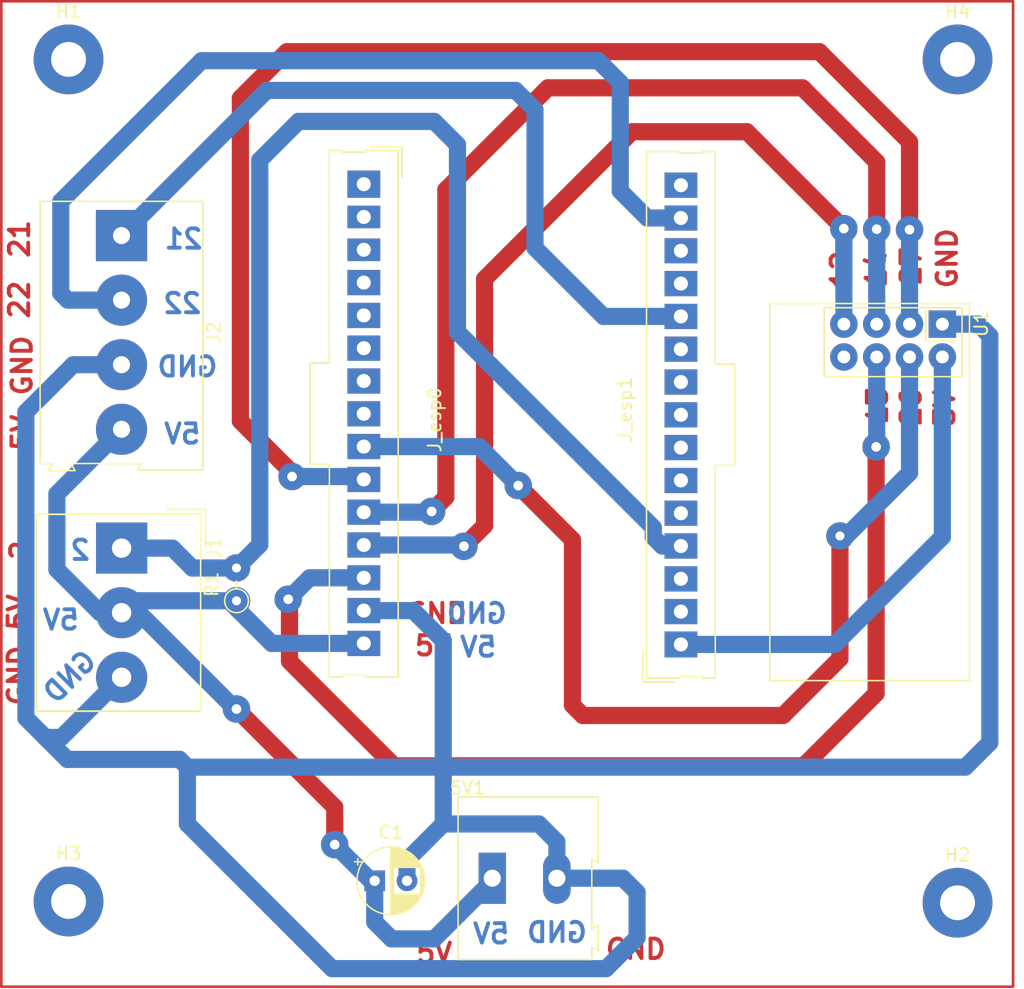
<source format=kicad_pcb>
(kicad_pcb (version 20211014) (generator pcbnew)
  (layers (0 "F.Cu" signal) (31 "B.Cu" signal) (34 "B.Paste" user) (35 "F.Paste" user) (36 "B.SilkS" user "B.Silkscreen") (37 "F.SilkS" user "F.Silkscreen") (38 "B.Mask" user) (39 "F.Mask" user) (44 "Edge.Cuts" user))
  (net 0 "")
  (net 1 "5v")
  (net 2 "GND5V")
  (net 3 "D25")
  (net 4 "D34")
  (net 5 "D33")
  (net 6 "D27")
  (net 7 "D26")
  (net 8 "D14")
  (net 9 "D13")
  (net 10 "D4")
  (net 11 "D5")
  (net 12 "D18")
  (net 13 "D23")
  (net 14 "D19")
  (net 16 "EN")
  (net 17 "VP")
  (net 18 "VN")
  (net 19 "D35")
  (net 20 "D32")
  (net 21 "D12")
  (net 22 "3V3")
  (net 23 "GND2")
  (net 24 "D15")
  (net 25 "D2")
  (net 26 "RX2")
  (net 27 "TX2")
  (net 28 "D21")
  (net 29 "RX0")
  (net 30 "TX0")
  (net 31 "D22")
  (footprint "MountingHole:MountingHole_2.7mm_M2.5_Pad" (layer "F.Cu") (at 248.9 123.7)
    (fp_text reference "H2" (at 0 -3.7) (layer "F.SilkS"))
    (fp_text value "MountingHole")
    (pad "1" thru_hole circle (at 0 0) (size 5.4 5.4) (drill 2.7) (layers *.Cu *.Mask))
  )
  (footprint "TerminalBlock:TerminalBlock_Altech_AK300-2_P5.00mm" (layer "F.Cu") (at 212.894888 121.8)
    (fp_text reference "5V1" (at -1.92 -6.99) (layer "F.SilkS"))
    (fp_text value "Screw_Terminal_01x02")
    (fp_line (start 8.2 -1.2) (end 8.2 -6.3) (layer "F.SilkS") (width 0.12))
    (fp_line (start 8.2 3.7) (end 8.2 3.65) (layer "F.SilkS") (width 0.12))
    (fp_line (start -2.65 -6.3) (end -2.65 6.3) (layer "F.SilkS") (width 0.12))
    (fp_line (start 7.7 6.3) (end 7.7 5.35) (layer "F.SilkS") (width 0.12))
    (fp_line (start 8.2 5.6) (end 8.2 3.7) (layer "F.SilkS") (width 0.12))
    (fp_line (start 8.2 3.65) (end 7.7 3.9) (layer "F.SilkS") (width 0.12))
    (fp_line (start 8.2 -6.3) (end -2.65 -6.3) (layer "F.SilkS") (width 0.12))
    (fp_line (start -2.65 6.3) (end 7.7 6.3) (layer "F.SilkS") (width 0.12))
    (fp_line (start 7.7 -1.5) (end 8.2 -1.2) (layer "F.SilkS") (width 0.12))
    (fp_line (start 7.7 3.9) (end 7.7 -1.5) (layer "F.SilkS") (width 0.12))
    (fp_line (start 7.7 5.35) (end 8.2 5.6) (layer "F.SilkS") (width 0.12))
    (pad "1" thru_hole rect (at 0 0) (size 2.125 3.96) (drill 1.32) (layers *.Cu *.Mask) (net 1 "5v"))
    (pad "2" thru_hole oval (at 5 0) (size 2.125 3.96) (drill 1.32) (layers *.Cu *.Mask) (net 2 "GND5V"))
  )
  (footprint "Resistor_THT:R_Axial_DIN0204_L3.6mm_D1.6mm_P2.54mm_Vertical" (layer "F.Cu") (at 193.1 100.32 90)
    (fp_text reference "R1" (at 1.27 -1.92 90) (layer "F.SilkS"))
    (fp_text value "4.7k")
    (fp_line (start 0.92 0) (end 1.54 0) (layer "F.SilkS") (width 0.12))
    (fp_circle (center 0 0) (end 0.92 0) (layer "F.SilkS") (width 0.12) (fill none))
    (pad "1" thru_hole circle (at 0 0 90) (size 2.125 2.125) (drill 0.7) (layers *.Cu *.Mask) (net 1 "5v"))
    (pad "2" thru_hole oval (at 2.54 0 90) (size 2.125 2.125) (drill 0.7) (layers *.Cu *.Mask) (net 25 "D2"))
  )
  (footprint "Capacitor_THT:CP_Radial_D5.0mm_P2.50mm" (layer "F.Cu") (at 203.794888 122)
    (fp_text reference "C1" (at 1.25 -3.75) (layer "F.SilkS"))
    (fp_text value "C_Polarized")
    (fp_line (start 2.331 1.04) (end 2.331 2.348) (layer "F.SilkS") (width 0.12))
    (fp_line (start 2.011 1.04) (end 2.011 2.468) (layer "F.SilkS") (width 0.12))
    (fp_line (start 2.251 1.04) (end 2.251 2.382) (layer "F.SilkS") (width 0.12))
    (fp_line (start 3.251 -1.653) (end 3.251 -1.04) (layer "F.SilkS") (width 0.12))
    (fp_line (start 2.451 1.04) (end 2.451 2.29) (layer "F.SilkS") (width 0.12))
    (fp_line (start 2.771 -2.095) (end 2.771 -1.04) (layer "F.SilkS") (width 0.12))
    (fp_line (start 2.451 -2.29) (end 2.451 -1.04) (layer "F.SilkS") (width 0.12))
    (fp_line (start 1.49 -2.569) (end 1.49 -1.04) (layer "F.SilkS") (width 0.12))
    (fp_line (start 1.85 1.04) (end 1.85 2.511) (layer "F.SilkS") (width 0.12))
    (fp_line (start 1.77 1.04) (end 1.77 2.528) (layer "F.SilkS") (width 0.12))
    (fp_line (start 2.571 1.04) (end 2.571 2.224) (layer "F.SilkS") (width 0.12))
    (fp_line (start 3.011 1.04) (end 3.011 1.901) (layer "F.SilkS") (width 0.12))
    (fp_line (start 2.691 1.04) (end 2.691 2.149) (layer "F.SilkS") (width 0.12))
    (fp_line (start 2.091 1.04) (end 2.091 2.442) (layer "F.SilkS") (width 0.12))
    (fp_line (start 2.931 -1.971) (end 2.931 -1.04) (layer "F.SilkS") (width 0.12))
    (fp_line (start 2.691 -2.149) (end 2.691 -1.04) (layer "F.SilkS") (width 0.12))
    (fp_line (start 1.49 1.04) (end 1.49 2.569) (layer "F.SilkS") (width 0.12))
    (fp_line (start 2.651 -2.175) (end 2.651 -1.04) (layer "F.SilkS") (width 0.12))
    (fp_line (start 3.331 -1.554) (end 3.331 -1.04) (layer "F.SilkS") (width 0.12))
    (fp_line (start 1.93 -2.491) (end 1.93 -1.04) (layer "F.SilkS") (width 0.12))
    (fp_line (start 2.491 1.04) (end 2.491 2.268) (layer "F.SilkS") (width 0.12))
    (fp_line (start 3.451 -1.383) (end 3.451 -1.04) (layer "F.SilkS") (width 0.12))
    (fp_line (start 2.611 1.04) (end 2.611 2.2) (layer "F.SilkS") (width 0.12))
    (fp_line (start -1.304775 -1.725) (end -1.304775 -1.225) (layer "F.SilkS") (width 0.12))
    (fp_line (start 1.69 -2.543) (end 1.69 -1.04) (layer "F.SilkS") (width 0.12))
    (fp_line (start 2.051 -2.455) (end 2.051 -1.04) (layer "F.SilkS") (width 0.12))
    (fp_line (start 3.691 -0.915) (end 3.691 0.915) (layer "F.SilkS") (width 0.12))
    (fp_line (start 1.85 -2.511) (end 1.85 -1.04) (layer "F.SilkS") (width 0.12))
    (fp_line (start 1.65 -2.55) (end 1.65 -1.04) (layer "F.SilkS") (width 0.12))
    (fp_line (start 1.93 1.04) (end 1.93 2.491) (layer "F.SilkS") (width 0.12))
    (fp_line (start 3.251 1.04) (end 3.251 1.653) (layer "F.SilkS") (width 0.12))
    (fp_line (start 2.611 -2.2) (end 2.611 -1.04) (layer "F.SilkS") (width 0.12))
    (fp_line (start 3.531 1.04) (end 3.531 1.251) (layer "F.SilkS") (width 0.12))
    (fp_line (start 2.851 -2.035) (end 2.851 -1.04) (layer "F.SilkS") (width 0.12))
    (fp_line (start 1.81 -2.52) (end 1.81 -1.04) (layer "F.SilkS") (width 0.12))
    (fp_line (start 1.29 -2.58) (end 1.29 2.58) (layer "F.SilkS") (width 0.12))
    (fp_line (start 1.73 1.04) (end 1.73 2.536) (layer "F.SilkS") (width 0.12))
    (fp_line (start 3.371 -1.5) (end 3.371 -1.04) (layer "F.SilkS") (width 0.12))
    (fp_line (start 2.731 1.04) (end 2.731 2.122) (layer "F.SilkS") (width 0.12))
    (fp_line (start 1.25 -2.58) (end 1.25 2.58) (layer "F.SilkS") (width 0.12))
    (fp_line (start 3.211 1.04) (end 3.211 1.699) (layer "F.SilkS") (width 0.12))
    (fp_line (start 3.291 1.04) (end 3.291 1.605) (layer "F.SilkS") (width 0.12))
    (fp_line (start 2.011 -2.468) (end 2.011 -1.04) (layer "F.SilkS") (width 0.12))
    (fp_line (start 2.251 -2.382) (end 2.251 -1.04) (layer "F.SilkS") (width 0.12))
    (fp_line (start 2.411 1.04) (end 2.411 2.31) (layer "F.SilkS") (width 0.12))
    (fp_line (start 2.891 -2.004) (end 2.891 -1.04) (layer "F.SilkS") (width 0.12))
    (fp_line (start 2.891 1.04) (end 2.891 2.004) (layer "F.SilkS") (width 0.12))
    (fp_line (start 2.931 1.04) (end 2.931 1.971) (layer "F.SilkS") (width 0.12))
    (fp_line (start 3.131 -1.785) (end 3.131 -1.04) (layer "F.SilkS") (width 0.12))
    (fp_line (start 3.731 -0.805) (end 3.731 0.805) (layer "F.SilkS") (width 0.12))
    (fp_line (start 1.971 1.04) (end 1.971 2.48) (layer "F.SilkS") (width 0.12))
    (fp_line (start -1.554775 -1.475) (end -1.054775 -1.475) (layer "F.SilkS") (width 0.12))
    (fp_line (start 2.771 1.04) (end 2.771 2.095) (layer "F.SilkS") (width 0.12))
    (fp_line (start 2.971 -1.937) (end 2.971 -1.04) (layer "F.SilkS") (width 0.12))
    (fp_line (start 2.531 1.04) (end 2.531 2.247) (layer "F.SilkS") (width 0.12))
    (fp_line (start 2.491 -2.268) (end 2.491 -1.04) (layer "F.SilkS") (width 0.12))
    (fp_line (start 1.61 -2.556) (end 1.61 -1.04) (layer "F.SilkS") (width 0.12))
    (fp_line (start 2.371 1.04) (end 2.371 2.329) (layer "F.SilkS") (width 0.12))
    (fp_line (start 2.811 1.04) (end 2.811 2.065) (layer "F.SilkS") (width 0.12))
    (fp_line (start 2.811 -2.065) (end 2.811 -1.04) (layer "F.SilkS") (width 0.12))
    (fp_line (start 1.53 -2.565) (end 1.53 -1.04) (layer "F.SilkS") (width 0.12))
    (fp_line (start 3.371 1.04) (end 3.371 1.5) (layer "F.SilkS") (width 0.12))
    (fp_line (start 2.091 -2.442) (end 2.091 -1.04) (layer "F.SilkS") (width 0.12))
    (fp_line (start 2.731 -2.122) (end 2.731 -1.04) (layer "F.SilkS") (width 0.12))
    (fp_line (start 3.851 -0.284) (end 3.851 0.284) (layer "F.SilkS") (width 0.12))
    (fp_line (start 2.851 1.04) (end 2.851 2.035) (layer "F.SilkS") (width 0.12))
    (fp_line (start 3.611 -1.098) (end 3.611 1.098) (layer "F.SilkS") (width 0.12))
    (fp_line (start 2.571 -2.224) (end 2.571 -1.04) (layer "F.SilkS") (width 0.12))
    (fp_line (start 1.41 -2.576) (end 1.41 2.576) (layer "F.SilkS") (width 0.12))
    (fp_line (start 3.291 -1.605) (end 3.291 -1.04) (layer "F.SilkS") (width 0.12))
    (fp_line (start 1.61 1.04) (end 1.61 2.556) (layer "F.SilkS") (width 0.12))
    (fp_line (start 1.89 1.04) (end 1.89 2.501) (layer "F.SilkS") (width 0.12))
    (fp_line (start 2.371 -2.329) (end 2.371 -1.04) (layer "F.SilkS") (width 0.12))
    (fp_line (start 3.171 -1.743) (end 3.171 -1.04) (layer "F.SilkS") (width 0.12))
    (fp_line (start 3.411 -1.443) (end 3.411 -1.04) (layer "F.SilkS") (width 0.12))
    (fp_line (start 3.091 -1.826) (end 3.091 -1.04) (layer "F.SilkS") (width 0.12))
    (fp_line (start 3.491 -1.319) (end 3.491 -1.04) (layer "F.SilkS") (width 0.12))
    (fp_line (start 1.73 -2.536) (end 1.73 -1.04) (layer "F.SilkS") (width 0.12))
    (fp_line (start 2.211 -2.398) (end 2.211 -1.04) (layer "F.SilkS") (width 0.12))
    (fp_line (start 3.411 1.04) (end 3.411 1.443) (layer "F.SilkS") (width 0.12))
    (fp_line (start 3.771 -0.677) (end 3.771 0.677) (layer "F.SilkS") (width 0.12))
    (fp_line (start 1.45 -2.573) (end 1.45 2.573) (layer "F.SilkS") (width 0.12))
    (fp_line (start 3.491 1.04) (end 3.491 1.319) (layer "F.SilkS") (width 0.12))
    (fp_line (start 3.531 -1.251) (end 3.531 -1.04) (layer "F.SilkS") (width 0.12))
    (fp_line (start 3.091 1.04) (end 3.091 1.826) (layer "F.SilkS") (width 0.12))
    (fp_line (start 2.531 -2.247) (end 2.531 -1.04) (layer "F.SilkS") (width 0.12))
    (fp_line (start 3.131 1.04) (end 3.131 1.785) (layer "F.SilkS") (width 0.12))
    (fp_line (start 3.011 -1.901) (end 3.011 -1.04) (layer "F.SilkS") (width 0.12))
    (fp_line (start 1.89 -2.501) (end 1.89 -1.04) (layer "F.SilkS") (width 0.12))
    (fp_line (start 1.57 -2.561) (end 1.57 -1.04) (layer "F.SilkS") (width 0.12))
    (fp_line (start 3.451 1.04) (end 3.451 1.383) (layer "F.SilkS") (width 0.12))
    (fp_line (start 2.651 1.04) (end 2.651 2.175) (layer "F.SilkS") (width 0.12))
    (fp_line (start 1.69 1.04) (end 1.69 2.543) (layer "F.SilkS") (width 0.12))
    (fp_line (start 3.051 1.04) (end 3.051 1.864) (layer "F.SilkS") (width 0.12))
    (fp_line (start 1.53 1.04) (end 1.53 2.565) (layer "F.SilkS") (width 0.12))
    (fp_line (start 1.971 -2.48) (end 1.971 -1.04) (layer "F.SilkS") (width 0.12))
    (fp_line (start 3.651 -1.011) (end 3.651 1.011) (layer "F.SilkS") (width 0.12))
    (fp_line (start 2.971 1.04) (end 2.971 1.937) (layer "F.SilkS") (width 0.12))
    (fp_line (start 2.171 1.04) (end 2.171 2.414) (layer "F.SilkS") (width 0.12))
    (fp_line (start 3.331 1.04) (end 3.331 1.554) (layer "F.SilkS") (width 0.12))
    (fp_line (start 2.051 1.04) (end 2.051 2.455) (layer "F.SilkS") (width 0.12))
    (fp_line (start 1.81 1.04) (end 1.81 2.52) (layer "F.SilkS") (width 0.12))
    (fp_line (start 1.65 1.04) (end 1.65 2.55) (layer "F.SilkS") (width 0.12))
    (fp_line (start 2.291 1.04) (end 2.291 2.365) (layer "F.SilkS") (width 0.12))
    (fp_line (start 3.171 1.04) (end 3.171 1.743) (layer "F.SilkS") (width 0.12))
    (fp_line (start 2.131 1.04) (end 2.131 2.428) (layer "F.SilkS") (width 0.12))
    (fp_line (start 3.051 -1.864) (end 3.051 -1.04) (layer "F.SilkS") (width 0.12))
    (fp_line (start 2.331 -2.348) (end 2.331 -1.04) (layer "F.SilkS") (width 0.12))
    (fp_line (start 3.211 -1.699) (end 3.211 -1.04) (layer "F.SilkS") (width 0.12))
    (fp_line (start 2.131 -2.428) (end 2.131 -1.04) (layer "F.SilkS") (width 0.12))
    (fp_line (start 1.77 -2.528) (end 1.77 -1.04) (layer "F.SilkS") (width 0.12))
    (fp_line (start 2.291 -2.365) (end 2.291 -1.04) (layer "F.SilkS") (width 0.12))
    (fp_line (start 2.171 -2.414) (end 2.171 -1.04) (layer "F.SilkS") (width 0.12))
    (fp_line (start 3.571 -1.178) (end 3.571 1.178) (layer "F.SilkS") (width 0.12))
    (fp_line (start 1.57 1.04) (end 1.57 2.561) (layer "F.SilkS") (width 0.12))
    (fp_line (start 2.211 1.04) (end 2.211 2.398) (layer "F.SilkS") (width 0.12))
    (fp_line (start 1.37 -2.578) (end 1.37 2.578) (layer "F.SilkS") (width 0.12))
    (fp_line (start 1.33 -2.579) (end 1.33 2.579) (layer "F.SilkS") (width 0.12))
    (fp_line (start 2.411 -2.31) (end 2.411 -1.04) (layer "F.SilkS") (width 0.12))
    (fp_line (start 3.811 -0.518) (end 3.811 0.518) (layer "F.SilkS") (width 0.12))
    (fp_circle (center 1.25 0) (end 3.87 0) (layer "F.SilkS") (width 0.12) (fill none))
    (pad "1" thru_hole rect (at 0 0) (size 1.6 1.6) (drill 0.8) (layers *.Cu *.Mask) (net 1 "5v"))
    (pad "2" thru_hole circle (at 2.5 0) (size 1.6 1.6) (drill 0.8) (layers *.Cu *.Mask) (net 2 "GND5V"))
  )
  (footprint "TerminalBlock_Altech:Altech_AK300_1x03_P5.00mm_45-Degree" (layer "F.Cu") (at 184.2075 96.2425 -90)
    (fp_text reference "J1" (at 0 -7.2 90) (layer "F.SilkS"))
    (fp_text value "Screw_Terminal_01x03")
    (fp_line (start 12.62 -6.12) (end 12.62 6.62) (layer "F.SilkS") (width 0.12))
    (fp_line (start -2.62 -6.12) (end -2.62 6.62) (layer "F.SilkS") (width 0.12))
    (fp_line (start -2.62 -6.12) (end -2.62 6.62) (layer "F.SilkS") (width 0.12))
    (fp_line (start 12.62 -6.12) (end 12.62 6.62) (layer "F.SilkS") (width 0.12))
    (fp_line (start -3 -3.5) (end -3 -6.5) (layer "F.SilkS") (width 0.12))
    (fp_line (start -2.62 6.62) (end 12.62 6.62) (layer "F.SilkS") (width 0.12))
    (fp_line (start -2.62 -6.12) (end 12.62 -6.12) (layer "F.SilkS") (width 0.12))
    (fp_line (start -2.62 6.62) (end 12.62 6.62) (layer "F.SilkS") (width 0.12))
    (fp_line (start -2.62 -6.12) (end 12.62 -6.12) (layer "F.SilkS") (width 0.12))
    (fp_line (start -3 -6.5) (end 0 -6.5) (layer "F.SilkS") (width 0.12))
    (pad "1" thru_hole rect (at 0 0 270) (size 3.96 3.96) (drill 1.5) (layers *.Cu *.Mask) (net 25 "D2"))
    (pad "2" thru_hole circle (at 5 0 270) (size 3.96 3.96) (drill 1.5) (layers *.Cu *.Mask) (net 1 "5v"))
    (pad "3" thru_hole circle (at 10 0 270) (size 3.96 3.96) (drill 1.5) (layers *.Cu *.Mask) (net 2 "GND5V"))
  )
  (footprint "TerminalBlock:TerminalBlock_Altech_AK300-4_P5.00mm" (layer "F.Cu") (at 184.2 72.04 -90)
    (fp_text reference "J2" (at 7.5 -7.15 90) (layer "F.SilkS"))
    (fp_text value "Screw_Terminal_01x04")
    (fp_line (start 18.2 5.65) (end 17.65 5.35) (layer "F.SilkS") (width 0.12))
    (fp_line (start 17.65 6.3) (end -2.65 6.3) (layer "F.SilkS") (width 0.12))
    (fp_line (start 17.65 5.35) (end 17.65 6.3) (layer "F.SilkS") (width 0.12))
    (fp_line (start 18.15 -6.3) (end 18.15 -1.25) (layer "F.SilkS") (width 0.12))
    (fp_line (start 18.15 -1.25) (end 17.65 -1.5) (layer "F.SilkS") (width 0.12))
    (fp_line (start -2.65 6.3) (end -2.65 -6.3) (layer "F.SilkS") (width 0.12))
    (fp_line (start 17.65 3.9) (end 18.2 3.6) (layer "F.SilkS") (width 0.12))
    (fp_line (start -2.65 -6.3) (end 18.15 -6.3) (layer "F.SilkS") (width 0.12))
    (fp_line (start 17.65 -1.5) (end 17.65 3.9) (layer "F.SilkS") (width 0.12))
    (fp_line (start 18.2 3.6) (end 18.2 5.65) (layer "F.SilkS") (width 0.12))
    (pad "1" thru_hole rect (at 0 0 270) (size 3.96 3.96) (drill 1.32) (layers *.Cu *.Mask) (net 28 "D21"))
    (pad "2" thru_hole oval (at 5 0 270) (size 3.96 3.96) (drill 1.32) (layers *.Cu *.Mask) (net 31 "D22"))
    (pad "3" thru_hole oval (at 10 0 270) (size 3.96 3.96) (drill 1.32) (layers *.Cu *.Mask) (net 2 "GND5V"))
    (pad "4" thru_hole oval (at 15 0 270) (size 3.96 3.96) (drill 1.32) (layers *.Cu *.Mask) (net 1 "5v"))
  )
  (footprint "MountingHole:MountingHole_2.7mm_M2.5_Pad" (layer "F.Cu") (at 248.9 58.4)
    (fp_text reference "H4" (at 0 -3.7) (layer "F.SilkS"))
    (fp_text value "MountingHole")
    (pad "1" thru_hole circle (at 0 0) (size 5.4 5.4) (drill 2.7) (layers *.Cu *.Mask))
  )
  (footprint "RF_Module:nRF24L01_Breakout" (layer "F.Cu") (at 247.725 78.9 -90)
    (fp_text reference "U1" (at 0 -3 90) (layer "F.SilkS"))
    (fp_text value "NRF24L01_Breakout")
    (fp_line (start 4.064 9.144) (end -1.27 9.144) (layer "F.SilkS") (width 0.12))
    (fp_line (start -1.016 1.27) (end -1.016 1.27) (layer "F.SilkS") (width 0.12))
    (fp_line (start -1.6 13.35) (end -1.6 -2.1) (layer "F.SilkS") (width 0.12))
    (fp_line (start -1.6 -2.1) (end 27.6 -2.1) (layer "F.SilkS") (width 0.12))
    (fp_line (start 27.6 -2.1) (end 27.6 13.35) (layer "F.SilkS") (width 0.12))
    (fp_line (start -1.27 -1.524) (end 4.064 -1.524) (layer "F.SilkS") (width 0.12))
    (fp_line (start -1.27 9.144) (end -1.27 9.144) (layer "F.SilkS") (width 0.12))
    (fp_line (start -1.27 9.144) (end -1.27 -1.524) (layer "F.SilkS") (width 0.12))
    (fp_line (start -1.27 -1.524) (end -1.27 -1.524) (layer "F.SilkS") (width 0.12))
    (fp_line (start 4.064 -1.524) (end 4.064 9.144) (layer "F.SilkS") (width 0.12))
    (fp_line (start 27.6 13.35) (end -1.6 13.35) (layer "F.SilkS") (width 0.12))
    (fp_line (start -1.6 -2.1) (end -1.6 -2.1) (layer "F.SilkS") (width 0.12))
    (fp_line (start 1.27 1.27) (end -1.016 1.27) (layer "F.SilkS") (width 0.12))
    (fp_line (start 1.27 -1.016) (end 1.27 1.27) (layer "F.SilkS") (width 0.12))
    (pad "1" thru_hole rect (at 0 0 270) (size 2.125 2.125) (drill 1) (layers *.Cu *.Mask) (net 2 "GND5V"))
    (pad "2" thru_hole circle (at 2.54 0 270) (size 2.125 2.125) (drill 1) (layers *.Cu *.Mask) (net 22 "3V3"))
    (pad "3" thru_hole circle (at 0 2.54 270) (size 2.125 2.125) (drill 1) (layers *.Cu *.Mask) (net 6 "D27"))
    (pad "4" thru_hole circle (at 2.54 2.54 270) (size 2.125 2.125) (drill 1) (layers *.Cu *.Mask) (net 7 "D26"))
    (pad "5" thru_hole circle (at 0 5.08 270) (size 2.125 2.125) (drill 1) (layers *.Cu *.Mask) (net 8 "D14"))
    (pad "6" thru_hole circle (at 2.54 5.08 270) (size 2.125 2.125) (drill 1) (layers *.Cu *.Mask) (net 9 "D13"))
    (pad "7" thru_hole circle (at 0 7.62 270) (size 2.125 2.125) (drill 1) (layers *.Cu *.Mask) (net 21 "D12"))
    (pad "8" thru_hole circle (at 2.54 7.62 270) (size 2.125 2.125) (drill 1) (layers *.Cu *.Mask))
  )
  (footprint "esp32:Connector_Molex_Molex_SL_171971-0015_1x15_P2.54mm_Vertical_squares" (layer "F.Cu") (at 219.3405 85.459 90)
    (fp_text reference "J_esp1" (at -0.06 3.8375 90 unlocked) (layer "F.SilkS"))
    (fp_text value "Conn_01x15_Female")
    (fp_line (start -21.15 7.6) (end -21.15 5.19) (layer "F.SilkS") (width 0.12))
    (fp_line (start -20.72 8.02) (end -20.72 9.83) (layer "F.SilkS") (width 0.12))
    (fp_line (start 19.93 5.49) (end -20.85 5.49) (layer "F.SilkS") (width 0.12))
    (fp_line (start -20.85 9.83) (end -20.85 10.81) (layer "F.SilkS") (width 0.12))
    (fp_line (start -4.38 10.81) (end -4.38 12.31) (layer "F.SilkS") (width 0.12))
    (fp_line (start -20.85 8.02) (end -20.72 8.02) (layer "F.SilkS") (width 0.12))
    (fp_line (start 3.46 12.31) (end 3.46 10.81) (layer "F.SilkS") (width 0.12))
    (fp_line (start -20.72 9.83) (end -20.85 9.83) (layer "F.SilkS") (width 0.12))
    (fp_line (start 19.93 8.02) (end 19.93 5.49) (layer "F.SilkS") (width 0.12))
    (fp_line (start -20.85 10.81) (end -4.38 10.81) (layer "F.SilkS") (width 0.12))
    (fp_line (start 19.93 9.83) (end 19.8 9.83) (layer "F.SilkS") (width 0.12))
    (fp_line (start 3.46 10.81) (end 19.93 10.81) (layer "F.SilkS") (width 0.12))
    (fp_line (start -21.15 5.19) (end -18.74 5.19) (layer "F.SilkS") (width 0.12))
    (fp_line (start 19.93 10.81) (end 19.93 9.83) (layer "F.SilkS") (width 0.12))
    (fp_line (start 19.8 9.83) (end 19.8 8.02) (layer "F.SilkS") (width 0.12))
    (fp_line (start -4.38 12.31) (end 3.46 12.31) (layer "F.SilkS") (width 0.12))
    (fp_line (start 19.8 8.02) (end 19.93 8.02) (layer "F.SilkS") (width 0.12))
    (fp_line (start -20.85 5.49) (end -20.85 8.02) (layer "F.SilkS") (width 0.12))
    (pad "1" thru_hole rect (at -18.24 8.15 90) (size 2 2.54) (drill 1.09) (layers F&B.Cu *.Mask) (net 22 "3V3"))
    (pad "2" thru_hole rect (at -15.7 8.15 90) (size 1.95 2.54) (drill 1.09) (layers F&B.Cu *.Mask) (net 23 "GND2"))
    (pad "3" thru_hole rect (at -13.16 8.15 90) (size 1.95 2.54) (drill 1.09) (layers F&B.Cu *.Mask) (net 24 "D15"))
    (pad "4" thru_hole rect (at -10.62 8.15 90) (size 1.95 2.54) (drill 1.09) (layers F&B.Cu *.Mask) (net 25 "D2"))
    (pad "5" thru_hole rect (at -8.08 8.15 90) (size 1.95 2.54) (drill 1.09) (layers F&B.Cu *.Mask) (net 10 "D4"))
    (pad "6" thru_hole rect (at -5.54 8.15 90) (size 1.95 2.54) (drill 1.09) (layers F&B.Cu *.Mask) (net 26 "RX2"))
    (pad "7" thru_hole rect (at -3 8.15 90) (size 1.95 2.54) (drill 1.09) (layers F&B.Cu *.Mask) (net 27 "TX2"))
    (pad "8" thru_hole rect (at -0.46 8.15 90) (size 1.95 2.54) (drill 1.09) (layers F&B.Cu *.Mask) (net 11 "D5"))
    (pad "9" thru_hole rect (at 2.08 8.15 90) (size 1.95 2.54) (drill 1.09) (layers F&B.Cu *.Mask) (net 12 "D18"))
    (pad "10" thru_hole rect (at 4.62 8.15 90) (size 1.95 2.54) (drill 1.09) (layers F&B.Cu *.Mask) (net 14 "D19"))
    (pad "11" thru_hole rect (at 7.16 8.15 90) (size 1.95 2.54) (drill 1.09) (layers F&B.Cu *.Mask) (net 28 "D21"))
    (pad "12" thru_hole rect (at 9.7 8.15 90) (size 1.95 2.54) (drill 1.09) (layers F&B.Cu *.Mask) (net 29 "RX0"))
    (pad "13" thru_hole rect (at 12.24 8.15 90) (size 1.95 2.54) (drill 1.09) (layers F&B.Cu *.Mask) (net 30 "TX0"))
    (pad "14" thru_hole rect (at 14.78 8.15 90) (size 1.95 2.54) (drill 1.09) (layers F&B.Cu *.Mask) (net 31 "D22"))
    (pad "15" thru_hole rect (at 17.32 8.15 90) (size 1.95 2.54) (drill 1.09) (layers F&B.Cu *.Mask) (net 13 "D23"))
  )
  (footprint "MountingHole:MountingHole_2.7mm_M2.5_Pad" (layer "F.Cu") (at 180.1 123.6)
    (fp_text reference "H3" (at 0 -3.7) (layer "F.SilkS"))
    (fp_text value "MountingHole")
    (pad "1" thru_hole circle (at 0 0) (size 5.4 5.4) (drill 2.7) (layers *.Cu *.Mask))
  )
  (footprint "esp32:Connector_Molex_Molex_SL_171971-0015_1x15_P2.54mm_Vertical_squares" (layer "F.Cu") (at 211.1 86.3 -90)
    (fp_text reference "J_esp0" (at 0 2.6675 90 unlocked) (layer "F.SilkS"))
    (fp_text value "Conn_01x15_Female")
    (fp_line (start 19.93 10.81) (end 19.93 9.83) (layer "F.SilkS") (width 0.12))
    (fp_line (start 19.93 9.83) (end 19.8 9.83) (layer "F.SilkS") (width 0.12))
    (fp_line (start -21.15 5.19) (end -18.74 5.19) (layer "F.SilkS") (width 0.12))
    (fp_line (start -21.15 7.6) (end -21.15 5.19) (layer "F.SilkS") (width 0.12))
    (fp_line (start 3.46 10.81) (end 19.93 10.81) (layer "F.SilkS") (width 0.12))
    (fp_line (start -20.85 10.81) (end -4.38 10.81) (layer "F.SilkS") (width 0.12))
    (fp_line (start 3.46 12.31) (end 3.46 10.81) (layer "F.SilkS") (width 0.12))
    (fp_line (start 19.93 5.49) (end -20.85 5.49) (layer "F.SilkS") (width 0.12))
    (fp_line (start 19.8 9.83) (end 19.8 8.02) (layer "F.SilkS") (width 0.12))
    (fp_line (start -20.85 9.83) (end -20.85 10.81) (layer "F.SilkS") (width 0.12))
    (fp_line (start -20.85 8.02) (end -20.72 8.02) (layer "F.SilkS") (width 0.12))
    (fp_line (start -4.38 12.31) (end 3.46 12.31) (layer "F.SilkS") (width 0.12))
    (fp_line (start -20.72 8.02) (end -20.72 9.83) (layer "F.SilkS") (width 0.12))
    (fp_line (start -20.85 5.49) (end -20.85 8.02) (layer "F.SilkS") (width 0.12))
    (fp_line (start 19.93 8.02) (end 19.93 5.49) (layer "F.SilkS") (width 0.12))
    (fp_line (start -20.72 9.83) (end -20.85 9.83) (layer "F.SilkS") (width 0.12))
    (fp_line (start -4.38 10.81) (end -4.38 12.31) (layer "F.SilkS") (width 0.12))
    (fp_line (start 19.8 8.02) (end 19.93 8.02) (layer "F.SilkS") (width 0.12))
    (pad "1" thru_hole rect (at -18.24 8.15 270) (size 2.1 2.54) (drill 1.09) (layers F&B.Cu *.Mask) (net 16 "EN"))
    (pad "2" thru_hole rect (at -15.7 8.15 270) (size 1.74 2.54) (drill 1.09) (layers F&B.Cu *.Mask) (net 17 "VP"))
    (pad "3" thru_hole rect (at -13.16 8.15 270) (size 1.74 2.54) (drill 1.09) (layers F&B.Cu *.Mask) (net 18 "VN"))
    (pad "4" thru_hole rect (at -10.62 8.15 270) (size 1.95 2.54) (drill 1.09) (layers F&B.Cu *.Mask) (net 4 "D34"))
    (pad "5" thru_hole rect (at -8.08 8.15 270) (size 1.95 2.54) (drill 1.09) (layers F&B.Cu *.Mask) (net 19 "D35"))
    (pad "6" thru_hole rect (at -5.54 8.15 270) (size 1.95 2.54) (drill 1.09) (layers F&B.Cu *.Mask) (net 20 "D32"))
    (pad "7" thru_hole rect (at -3 8.15 270) (size 1.95 2.54) (drill 1.09) (layers F&B.Cu *.Mask) (net 5 "D33"))
    (pad "8" thru_hole rect (at -0.46 8.15 270) (size 1.95 2.54) (drill 1.09) (layers F&B.Cu *.Mask) (net 3 "D25"))
    (pad "9" thru_hole rect (at 2.08 8.15 270) (size 1.95 2.54) (drill 1.09) (layers F&B.Cu *.Mask) (net 7 "D26"))
    (pad "10" thru_hole rect (at 4.62 8.15 270) (size 1.95 2.54) (drill 1.09) (layers F&B.Cu *.Mask) (net 6 "D27"))
    (pad "11" thru_hole rect (at 7.16 8.15 270) (size 1.95 2.54) (drill 1.09) (layers F&B.Cu *.Mask) (net 8 "D14"))
    (pad "12" thru_hole rect (at 9.7 8.15 270) (size 1.95 2.54) (drill 1.09) (layers F&B.Cu *.Mask) (net 21 "D12"))
    (pad "13" thru_hole rect (at 12.24 8.15 270) (size 1.95 2.54) (drill 1.09) (layers F&B.Cu *.Mask) (net 9 "D13"))
    (pad "14" thru_hole rect (at 14.78 8.15 270) (size 1.95 2.54) (drill 1.09) (layers F&B.Cu *.Mask) (net 2 "GND5V"))
    (pad "15" thru_hole rect (at 17.32 8.15 270) (size 1.95 2.54) (drill 1.09) (layers F&B.Cu *.Mask) (net 1 "5v"))
  )
  (footprint "MountingHole:MountingHole_2.7mm_M2.5_Pad" (layer "F.Cu") (at 180.1 58.4)
    (fp_text reference "H1" (at 0 -3.7) (layer "F.SilkS"))
    (fp_text value "MountingHole")
    (pad "1" thru_hole circle (at 0 0) (size 5.4 5.4) (drill 2.7) (layers *.Cu *.Mask))
  )
  (gr_rect (start 253.2 53.9) (end 174.9 130.2) (layer "F.Cu") (width 0.2) (fill none))
  (gr_text "27" (at 245.3 74.4 90) (layer "F.Cu") (effects (font (size 1.5 1.5) (thickness 0.3))))
  (gr_text "5V" (at 176.2 101.2 90) (layer "F.Cu") (effects (font (size 1.5 1.5) (thickness 0.3))))
  (gr_text "14" (at 242.6 74.6 90) (layer "F.Cu") (effects (font (size 1.5 1.5) (thickness 0.3))))
  (gr_text "GND" (at 224 127.3) (layer "F.Cu") (effects (font (size 1.5 1.5) (thickness 0.3))))
  (gr_text "12" (at 239.9 74.7 90) (layer "F.Cu") (effects (font (size 1.5 1.5) (thickness 0.3))))
  (gr_text "GND" (at 176.5 82.1 90) (layer "F.Cu") (effects (font (size 1.5 1.5) (thickness 0.3))))
  (gr_text "2" (at 176.4 96.4 90) (layer "F.Cu") (effects (font (size 1.5 1.5) (thickness 0.3))))
  (gr_text "GND" (at 176.2 106.1 90) (layer "F.Cu") (effects (font (size 1.5 1.5) (thickness 0.3))))
  (gr_text "GND" (at 208.6 101.3) (layer "F.Cu") (effects (font (size 1.5 1.5) (thickness 0.3))))
  (gr_text "13" (at 242.7 85.2 90) (layer "F.Cu") (effects (font (size 1.5 1.5) (thickness 0.3))))
  (gr_text "26" (at 245.3 85.3 90) (layer "F.Cu") (effects (font (size 1.5 1.5) (thickness 0.3))))
  (gr_text "GND" (at 248.1 73.8 90) (layer "F.Cu") (effects (font (size 1.5 1.5) (thickness 0.3))))
  (gr_text "22" (at 176.3 77 90) (layer "F.Cu") (effects (font (size 1.5 1.5) (thickness 0.3))))
  (gr_text "3V" (at 247.9 85.4 90) (layer "F.Cu") (effects (font (size 1.5 1.5) (thickness 0.3))))
  (gr_text "5V" (at 208.4 127.6) (layer "F.Cu") (effects (font (size 1.5 1.5) (thickness 0.3))))
  (gr_text "21" (at 176.3 72.3 90) (layer "F.Cu") (effects (font (size 1.5 1.5) (thickness 0.3))))
  (gr_text "5V" (at 208.3 103.8) (layer "F.Cu") (effects (font (size 1.5 1.5) (thickness 0.3))))
  (gr_text "5V" (at 176.5 87.3 90) (layer "F.Cu") (effects (font (size 1.5 1.5) (thickness 0.3))))
  (gr_text "5V" (at 212.8 126.1) (layer "B.Cu") (effects (font (size 1.5 1.5) (thickness 0.3)) (justify mirror)))
  (gr_text "GND" (at 189.3 82.2) (layer "B.Cu") (effects (font (size 1.5 1.5) (thickness 0.3)) (justify mirror)))
  (gr_text "22" (at 188.9 77.3) (layer "B.Cu") (effects (font (size 1.5 1.5) (thickness 0.3)) (justify mirror)))
  (gr_text "5V" (at 188.9 87.4) (layer "B.Cu") (effects (font (size 1.5 1.5) (thickness 0.3)) (justify mirror)))
  (gr_text "GND" (at 217.9 126) (layer "B.Cu") (effects (font (size 1.5 1.5) (thickness 0.3)) (justify mirror)))
  (gr_text "GND" (at 211.7 101.3) (layer "B.Cu") (effects (font (size 1.5 1.5) (thickness 0.3)) (justify mirror)))
  (gr_text "21" (at 189 72.3) (layer "B.Cu") (effects (font (size 1.5 1.5) (thickness 0.3)) (justify mirror)))
  (gr_text "5V" (at 211.8 103.9) (layer "B.Cu") (effects (font (size 1.5 1.5) (thickness 0.3)) (justify mirror)))
  (gr_text "GND" (at 180.2 106.2 45) (layer "B.Cu") (effects (font (size 1.5 1.5) (thickness 0.3)) (justify mirror)))
  (gr_text "5V" (at 179.5 101.8) (layer "B.Cu") (effects (font (size 1.5 1.5) (thickness 0.3)) (justify mirror)))
  (gr_text "2" (at 181 96.4) (layer "B.Cu") (effects (font (size 1.5 1.5) (thickness 0.3)) (justify mirror)))
  (segment (start 200.7 119.2) (end 200.7 116.3) (width 1.33) (layer "F.Cu") (net 1))
  (segment (start 200.7 116.3) (end 193.1 108.7) (width 1.33) (layer "F.Cu") (net 1))
  (via (at 200.7 119.2) (size 2.125) (drill 0.75) (layers "F.Cu" "B.Cu") (net 1))
  (via (at 193.1 108.7) (size 2.125) (drill 0.75) (layers "F.Cu" "B.Cu") (net 1))
  (segment (start 184.2075 101.2425) (end 182.5425 101.2425) (width 1.33) (layer "B.Cu") (net 1))
  (segment (start 193.1 100.32) (end 193.1 100.9) (width 1.33) (layer "B.Cu") (net 1))
  (segment (start 193.1 100.32) (end 185.13 100.32) (width 1.33) (layer "B.Cu") (net 1))
  (segment (start 208.4 126.5) (end 205.1 126.5) (width 1.33) (layer "B.Cu") (net 1))
  (segment (start 205.1 126.5) (end 203.794888 125.194888) (width 1.33) (layer "B.Cu") (net 1))
  (segment (start 212.894888 121.8) (end 212.894888 122.005112) (width 1.33) (layer "B.Cu") (net 1))
  (segment (start 182.5425 101.2425) (end 179.2 97.9) (width 1.33) (layer "B.Cu") (net 1))
  (segment (start 195.82 103.62) (end 202.95 103.62) (width 1.33) (layer "B.Cu") (net 1))
  (segment (start 203.5 122) (end 200.7 119.2) (width 1.33) (layer "B.Cu") (net 1))
  (segment (start 212.894888 122.005112) (end 208.4 126.5) (width 1.33) (layer "B.Cu") (net 1))
  (segment (start 185.5425 101.2425) (end 184.2075 101.2425) (width 1.33) (layer "B.Cu") (net 1))
  (segment (start 185.13 100.32) (end 184.2075 101.2425) (width 1.33) (layer "B.Cu") (net 1))
  (segment (start 179.2 97.9) (end 179.2 92.04) (width 1.33) (layer "B.Cu") (net 1))
  (segment (start 203.794888 122) (end 203.5 122) (width 1.33) (layer "B.Cu") (net 1))
  (segment (start 203.794888 125.194888) (end 203.794888 122) (width 1.33) (layer "B.Cu") (net 1))
  (segment (start 193 108.7) (end 185.5425 101.2425) (width 1.33) (layer "B.Cu") (net 1))
  (segment (start 179.2 92.04) (end 184.2 87.04) (width 1.33) (layer "B.Cu") (net 1))
  (segment (start 193.1 100.9) (end 195.82 103.62) (width 1.33) (layer "B.Cu") (net 1))
  (segment (start 193.1 108.7) (end 193 108.7) (width 1.33) (layer "B.Cu") (net 1))
  (segment (start 178.3 110.9) (end 176.8 109.4) (width 1.33) (layer "B.Cu") (net 2))
  (segment (start 209.1 117.6) (end 206.294888 120.405112) (width 1.33) (layer "B.Cu") (net 2))
  (segment (start 176.8 85.7) (end 180.46 82.04) (width 1.33) (layer "B.Cu") (net 2))
  (segment (start 206.78 101.08) (end 202.95 101.08) (width 1.33) (layer "B.Cu") (net 2))
  (segment (start 217.894888 121.8) (end 217.894888 118.994888) (width 1.33) (layer "B.Cu") (net 2))
  (segment (start 189.3 117.6) (end 189.3 113.2) (width 1.33) (layer "B.Cu") (net 2))
  (segment (start 251.4 79.8) (end 251.4 111.3) (width 1.33) (layer "B.Cu") (net 2))
  (segment (start 250.5 78.9) (end 251.4 79.8) (width 1.33) (layer "B.Cu") (net 2))
  (segment (start 176.8 109.4) (end 176.8 85.7) (width 1.33) (layer "B.Cu") (net 2))
  (segment (start 180.46 82.04) (end 184.2 82.04) (width 1.33) (layer "B.Cu") (net 2))
  (segment (start 247.725 78.9) (end 250.5 78.9) (width 1.33) (layer "B.Cu") (net 2))
  (segment (start 184.2075 106.2425) (end 179.55 110.9) (width 1.33) (layer "B.Cu") (net 2))
  (segment (start 188.7 112.6) (end 180 112.6) (width 1.33) (layer "B.Cu") (net 2))
  (segment (start 216.5 117.6) (end 209.1 117.6) (width 1.33) (layer "B.Cu") (net 2))
  (segment (start 224.1 122.9) (end 224.1 126.4) (width 1.33) (layer "B.Cu") (net 2))
  (segment (start 217.894888 121.8) (end 223 121.8) (width 1.33) (layer "B.Cu") (net 2))
  (segment (start 179.55 110.9) (end 178.3 110.9) (width 1.33) (layer "B.Cu") (net 2))
  (segment (start 180 112.6) (end 178.3 110.9) (width 1.33) (layer "B.Cu") (net 2))
  (segment (start 206.294888 120.405112) (end 206.294888 122) (width 1.33) (layer "B.Cu") (net 2))
  (segment (start 251.4 111.3) (end 249.5 113.2) (width 1.33) (layer "B.Cu") (net 2))
  (segment (start 249.5 113.2) (end 189.3 113.2) (width 1.33) (layer "B.Cu") (net 2))
  (segment (start 209.1 117.6) (end 209.1 103.4) (width 1.33) (layer "B.Cu") (net 2))
  (segment (start 221.7 128.8) (end 200.5 128.8) (width 1.33) (layer "B.Cu") (net 2))
  (segment (start 224.1 126.4) (end 221.7 128.8) (width 1.33) (layer "B.Cu") (net 2))
  (segment (start 189.3 113.2) (end 188.7 112.6) (width 1.33) (layer "B.Cu") (net 2))
  (segment (start 223 121.8) (end 224.1 122.9) (width 1.33) (layer "B.Cu") (net 2))
  (segment (start 209.1 103.4) (end 206.78 101.08) (width 1.33) (layer "B.Cu") (net 2))
  (segment (start 217.894888 118.994888) (end 216.5 117.6) (width 1.33) (layer "B.Cu") (net 2))
  (segment (start 200.5 128.8) (end 189.3 117.6) (width 1.33) (layer "B.Cu") (net 2))
  (segment (start 197.4 90.4) (end 197.4 90.7) (width 1.33) (layer "F.Cu") (net 6))
  (segment (start 245.185 71.585) (end 245.185 64.785) (width 1.33) (layer "F.Cu") (net 6))
  (segment (start 245.185 64.785) (end 238.2 57.8) (width 1.33) (layer "F.Cu") (net 6))
  (segment (start 238.2 57.8) (end 197 57.8) (width 1.33) (layer "F.Cu") (net 6))
  (segment (start 193.4 61.4) (end 193.4 86.4) (width 1.33) (layer "F.Cu") (net 6))
  (segment (start 193.4 86.4) (end 197.4 90.4) (width 1.33) (layer "F.Cu") (net 6))
  (segment (start 197 57.8) (end 193.4 61.4) (width 1.33) (layer "F.Cu") (net 6))
  (via (at 197.4 90.7) (size 2.125) (drill 0.75) (layers "F.Cu" "B.Cu") (net 6))
  (via (at 245.185 71.585) (size 2.125) (drill 0.75) (layers "F.Cu" "B.Cu") (net 6))
  (segment (start 202.73 90.7) (end 202.95 90.92) (width 1.33) (layer "B.Cu") (net 6))
  (segment (start 245.185 78.9) (end 245.185 71.585) (width 1.33) (layer "B.Cu") (net 6))
  (segment (start 197.4 90.7) (end 202.73 90.7) (width 1.33) (layer "B.Cu") (net 6))
  (segment (start 214.9 91.4) (end 219.1 95.6) (width 1.33) (layer "F.Cu") (net 7))
  (segment (start 219.1 108.4) (end 219.9 109.2) (width 1.33) (layer "F.Cu") (net 7))
  (segment (start 235.4 109.2) (end 239.8 104.8) (width 1.33) (layer "F.Cu") (net 7))
  (segment (start 219.1 95.6) (end 219.1 108.4) (width 1.33) (layer "F.Cu") (net 7))
  (segment (start 239.8 104.8) (end 239.8 95.3) (width 1.33) (layer "F.Cu") (net 7))
  (segment (start 219.9 109.2) (end 235.4 109.2) (width 1.33) (layer "F.Cu") (net 7))
  (via (at 239.8 95.3) (size 2.125) (drill 0.7) (layers "F.Cu" "B.Cu") (net 7))
  (via (at 214.9 91.4) (size 2.125) (drill 0.75) (layers "F.Cu" "B.Cu") (net 7))
  (segment (start 245.185 81.44) (end 245.185 90.415) (width 1.33) (layer "B.Cu") (net 7))
  (segment (start 211.88 88.38) (end 202.95 88.38) (width 1.33) (layer "B.Cu") (net 7))
  (segment (start 214.9 91.4) (end 211.88 88.38) (width 1.33) (layer "B.Cu") (net 7))
  (segment (start 245.185 90.415) (end 240.3 95.3) (width 1.33) (layer "B.Cu") (net 7))
  (segment (start 240.3 95.3) (end 239.8 95.3) (width 1.33) (layer "B.Cu") (net 7))
  (segment (start 217.2 60.6) (end 209.3 68.5) (width 1.33) (layer "F.Cu") (net 8))
  (segment (start 242.645 71.545) (end 242.645 66.345) (width 1.33) (layer "F.Cu") (net 8))
  (segment (start 236.9 60.6) (end 217.2 60.6) (width 1.33) (layer "F.Cu") (net 8))
  (segment (start 209.3 92.3) (end 208.2 93.4) (width 1.33) (layer "F.Cu") (net 8))
  (segment (start 209.3 68.5) (end 209.3 92.3) (width 1.33) (layer "F.Cu") (net 8))
  (segment (start 242.645 66.345) (end 236.9 60.6) (width 1.33) (layer "F.Cu") (net 8))
  (via (at 242.645 71.545) (size 2.125) (drill 0.75) (layers "F.Cu" "B.Cu") (net 8))
  (via (at 208.2 93.4) (size 2.125) (drill 0.75) (layers "F.Cu" "B.Cu") (net 8))
  (segment (start 208.14 93.46) (end 208.2 93.4) (width 1.33) (layer "B.Cu") (net 8))
  (segment (start 242.645 71.545) (end 242.645 73.845) (width 1.33) (layer "B.Cu") (net 8))
  (segment (start 202.95 93.46) (end 208.14 93.46) (width 1.33) (layer "B.Cu") (net 8))
  (segment (start 242.645 78.9) (end 242.645 71.545) (width 1.33) (layer "B.Cu") (net 8))
  (segment (start 242.645 73.845) (end 242.7 73.9) (width 1.33) (layer "B.Cu") (net 8))
  (segment (start 197.2 105) (end 205.3 113.1) (width 1.33) (layer "F.Cu") (net 9))
  (segment (start 197.2 100.3) (end 197.2 105) (width 1.33) (layer "F.Cu") (net 9))
  (segment (start 237 113.1) (end 242.6 107.5) (width 1.33) (layer "F.Cu") (net 9))
  (segment (start 205.3 113.1) (end 237 113.1) (width 1.33) (layer "F.Cu") (net 9))
  (segment (start 197.1 100.2) (end 197.2 100.3) (width 1.33) (layer "F.Cu") (net 9))
  (segment (start 242.6 107.5) (end 242.6 88.4) (width 1.33) (layer "F.Cu") (net 9))
  (via (at 197.1 100.2) (size 2.125) (drill 0.75) (layers "F.Cu" "B.Cu") (net 9))
  (via (at 242.6 88.4) (size 2.125) (drill 0.75) (layers "F.Cu" "B.Cu") (net 9))
  (segment (start 242.6 88.4) (end 242.645 88.355) (width 1.33) (layer "B.Cu") (net 9))
  (segment (start 197.1 100.2) (end 198.76 98.54) (width 1.33) (layer "B.Cu") (net 9))
  (segment (start 198.76 98.54) (end 202.95 98.54) (width 1.33) (layer "B.Cu") (net 9))
  (segment (start 242.645 88.355) (end 242.645 81.44) (width 1.33) (layer "B.Cu") (net 9))
  (segment (start 212.3 75.4) (end 212.3 94.5) (width 1.33) (layer "F.Cu") (net 21))
  (segment (start 212.3 94.5) (end 210.7 96.1) (width 1.33) (layer "F.Cu") (net 21))
  (segment (start 240.1 71.5) (end 232.6 64) (width 1.33) (layer "F.Cu") (net 21))
  (segment (start 232.6 64) (end 223.7 64) (width 1.33) (layer "F.Cu") (net 21))
  (segment (start 223.7 64) (end 212.3 75.4) (width 1.33) (layer "F.Cu") (net 21))
  (via (at 210.7 96.1) (size 2.125) (drill 0.75) (layers "F.Cu" "B.Cu") (net 21))
  (via (at 240.1 71.5) (size 2.125) (drill 0.75) (layers "F.Cu" "B.Cu") (net 21))
  (segment (start 240.1 71.5) (end 240.1 75.6) (width 1.33) (layer "B.Cu") (net 21))
  (segment (start 240.105 71.505) (end 240.105 78.9) (width 1.33) (layer "B.Cu") (net 21))
  (segment (start 240.1 71.5) (end 240.105 71.505) (width 1.33) (layer "B.Cu") (net 21))
  (segment (start 202.95 96) (end 210.6 96) (width 1.33) (layer "B.Cu") (net 21))
  (segment (start 210.6 96) (end 210.7 96.1) (width 1.33) (layer "B.Cu") (net 21))
  (segment (start 247.725 95.375) (end 239.401 103.699) (width 1.33) (layer "B.Cu") (net 22))
  (segment (start 239.401 103.699) (end 227.4905 103.699) (width 1.33) (layer "B.Cu") (net 22))
  (segment (start 247.725 81.44) (end 247.725 95.375) (width 1.33) (layer "B.Cu") (net 22))
  (segment (start 210.2 79.5) (end 210.2 65) (width 1.33) (layer "B.Cu") (net 25))
  (segment (start 189.68 97.78) (end 188.1425 96.2425) (width 1.33) (layer "B.Cu") (net 25))
  (segment (start 208.4 63.2) (end 197.9 63.2) (width 1.33) (layer "B.Cu") (net 25))
  (segment (start 225.3555 95.379) (end 225.3555 94.6555) (width 1.33) (layer "B.Cu") (net 25))
  (segment (start 226.0555 96.079) (end 225.3555 95.379) (width 1.33) (layer "B.Cu") (net 25))
  (segment (start 188.1425 96.2425) (end 184.2075 96.2425) (width 1.33) (layer "B.Cu") (net 25))
  (segment (start 210.2 65) (end 208.4 63.2) (width 1.33) (layer "B.Cu") (net 25))
  (segment (start 193.1 97.78) (end 189.68 97.78) (width 1.33) (layer "B.Cu") (net 25))
  (segment (start 197.9 63.2) (end 194.9 66.2) (width 1.33) (layer "B.Cu") (net 25))
  (segment (start 227.4905 96.079) (end 226.0555 96.079) (width 1.33) (layer "B.Cu") (net 25))
  (segment (start 225.3555 94.6555) (end 210.2 79.5) (width 1.33) (layer "B.Cu") (net 25))
  (segment (start 194.9 95.98) (end 193.1 97.78) (width 1.33) (layer "B.Cu") (net 25))
  (segment (start 194.9 66.2) (end 194.9 95.98) (width 1.33) (layer "B.Cu") (net 25))
  (segment (start 216.2 62.3) (end 214.7 60.8) (width 1.33) (layer "B.Cu") (net 28))
  (segment (start 216.2 73) (end 216.2 62.3) (width 1.33) (layer "B.Cu") (net 28))
  (segment (start 221.499 78.299) (end 216.2 73) (width 1.33) (layer "B.Cu") (net 28))
  (segment (start 214.7 60.8) (end 195.44 60.8) (width 1.33) (layer "B.Cu") (net 28))
  (segment (start 195.44 60.8) (end 184.2 72.04) (width 1.33) (layer "B.Cu") (net 28))
  (segment (start 227.4905 78.299) (end 221.499 78.299) (width 1.33) (layer "B.Cu") (net 28))
  (segment (start 222.8 60.2) (end 221.1 58.5) (width 1.33) (layer "B.Cu") (net 31))
  (segment (start 221.1 58.5) (end 190.4 58.5) (width 1.33) (layer "B.Cu") (net 31))
  (segment (start 180.04 77.04) (end 184.2 77.04) (width 1.33) (layer "B.Cu") (net 31))
  (segment (start 227.4905 70.679) (end 224.8905 70.679) (width 1.33) (layer "B.Cu") (net 31))
  (segment (start 179.5 76.5) (end 180.04 77.04) (width 1.33) (layer "B.Cu") (net 31))
  (segment (start 222.8 68.5885) (end 222.8 60.2) (width 1.33) (layer "B.Cu") (net 31))
  (segment (start 190.4 58.5) (end 179.5 69.4) (width 1.33) (layer "B.Cu") (net 31))
  (segment (start 224.8905 70.679) (end 222.8 68.5885) (width 1.33) (layer "B.Cu") (net 31))
  (segment (start 179.5 69.4) (end 179.5 76.5) (width 1.33) (layer "B.Cu") (net 31))
)
</source>
